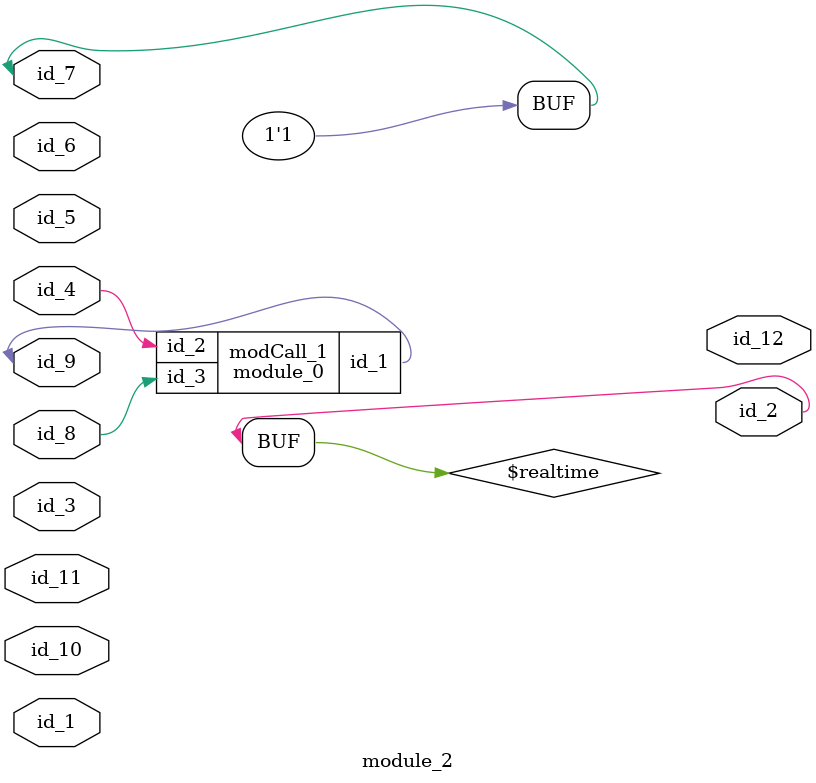
<source format=v>
module module_0 (
    id_1,
    id_2,
    id_3
);
  input wire id_3;
  input wire id_2;
  output wire id_1;
  assign id_1 = -1'b0;
  wire id_4;
  assign id_1 = 1 ? $realtime : $realtime;
  assign module_1.id_2 = 0;
endmodule
module module_1 (
    input wor id_0
);
  wire id_2 = 1'b0;
  wire id_3;
  wire id_4;
  assign id_2 = id_0;
  module_0 modCall_1 (
      id_3,
      id_3,
      id_4
  );
endmodule
module module_2 (
    id_1,
    id_2,
    id_3,
    id_4,
    id_5,
    id_6,
    id_7,
    id_8,
    id_9,
    id_10,
    id_11,
    id_12
);
  output wire id_12;
  input wire id_11;
  input wire id_10;
  inout wire id_9;
  input wire id_8;
  inout wire id_7;
  input wire id_6;
  input wire id_5;
  input wire id_4;
  input wire id_3;
  output wire id_2;
  input wire id_1;
  assign id_7 = id_6 ? 1 : (1) == 1;
  module_0 modCall_1 (
      id_9,
      id_4,
      id_8
  );
  wire id_13;
  wire id_14;
  wire id_15;
  wire id_16;
  wire id_17;
  wire id_18;
  wire id_19;
  assign id_2 = $realtime;
endmodule

</source>
